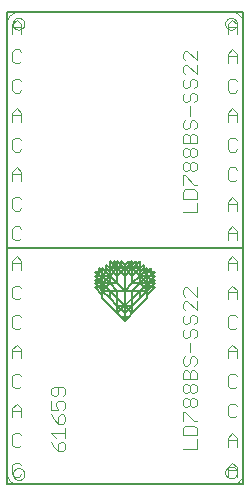
<source format=gto>
G75*
G70*
%OFA0B0*%
%FSLAX24Y24*%
%IPPOS*%
%LPD*%
%AMOC8*
5,1,8,0,0,1.08239X$1,22.5*
%
%ADD10C,0.0000*%
%ADD11C,0.0040*%
%ADD12C,0.0050*%
D10*
X000529Y001425D02*
X007615Y001425D01*
X007418Y001819D02*
X007420Y001846D01*
X007426Y001873D01*
X007435Y001899D01*
X007448Y001923D01*
X007464Y001946D01*
X007483Y001965D01*
X007505Y001982D01*
X007529Y001996D01*
X007554Y002006D01*
X007581Y002013D01*
X007608Y002016D01*
X007636Y002015D01*
X007663Y002010D01*
X007689Y002002D01*
X007713Y001990D01*
X007736Y001974D01*
X007757Y001956D01*
X007774Y001935D01*
X007789Y001911D01*
X007800Y001886D01*
X007808Y001860D01*
X007812Y001833D01*
X007812Y001805D01*
X007808Y001778D01*
X007800Y001752D01*
X007789Y001727D01*
X007774Y001703D01*
X007757Y001682D01*
X007736Y001664D01*
X007714Y001648D01*
X007689Y001636D01*
X007663Y001628D01*
X007636Y001623D01*
X007608Y001622D01*
X007581Y001625D01*
X007554Y001632D01*
X007529Y001642D01*
X007505Y001656D01*
X007483Y001673D01*
X007464Y001692D01*
X007448Y001715D01*
X007435Y001739D01*
X007426Y001765D01*
X007420Y001792D01*
X007418Y001819D01*
X007615Y001425D02*
X007654Y001427D01*
X007692Y001433D01*
X007729Y001442D01*
X007766Y001455D01*
X007801Y001472D01*
X007834Y001491D01*
X007865Y001514D01*
X007894Y001540D01*
X007920Y001569D01*
X007943Y001600D01*
X007962Y001633D01*
X007979Y001668D01*
X007992Y001705D01*
X008001Y001742D01*
X008007Y001780D01*
X008009Y001819D01*
X008009Y016780D01*
X007418Y016780D02*
X007420Y016807D01*
X007426Y016834D01*
X007435Y016860D01*
X007448Y016884D01*
X007464Y016907D01*
X007483Y016926D01*
X007505Y016943D01*
X007529Y016957D01*
X007554Y016967D01*
X007581Y016974D01*
X007608Y016977D01*
X007636Y016976D01*
X007663Y016971D01*
X007689Y016963D01*
X007713Y016951D01*
X007736Y016935D01*
X007757Y016917D01*
X007774Y016896D01*
X007789Y016872D01*
X007800Y016847D01*
X007808Y016821D01*
X007812Y016794D01*
X007812Y016766D01*
X007808Y016739D01*
X007800Y016713D01*
X007789Y016688D01*
X007774Y016664D01*
X007757Y016643D01*
X007736Y016625D01*
X007714Y016609D01*
X007689Y016597D01*
X007663Y016589D01*
X007636Y016584D01*
X007608Y016583D01*
X007581Y016586D01*
X007554Y016593D01*
X007529Y016603D01*
X007505Y016617D01*
X007483Y016634D01*
X007464Y016653D01*
X007448Y016676D01*
X007435Y016700D01*
X007426Y016726D01*
X007420Y016753D01*
X007418Y016780D01*
X007615Y017174D02*
X007654Y017172D01*
X007692Y017166D01*
X007729Y017157D01*
X007766Y017144D01*
X007801Y017127D01*
X007834Y017108D01*
X007865Y017085D01*
X007894Y017059D01*
X007920Y017030D01*
X007943Y016999D01*
X007962Y016966D01*
X007979Y016931D01*
X007992Y016894D01*
X008001Y016857D01*
X008007Y016819D01*
X008009Y016780D01*
X007615Y017173D02*
X000529Y017173D01*
X000332Y016780D02*
X000334Y016807D01*
X000340Y016834D01*
X000349Y016860D01*
X000362Y016884D01*
X000378Y016907D01*
X000397Y016926D01*
X000419Y016943D01*
X000443Y016957D01*
X000468Y016967D01*
X000495Y016974D01*
X000522Y016977D01*
X000550Y016976D01*
X000577Y016971D01*
X000603Y016963D01*
X000627Y016951D01*
X000650Y016935D01*
X000671Y016917D01*
X000688Y016896D01*
X000703Y016872D01*
X000714Y016847D01*
X000722Y016821D01*
X000726Y016794D01*
X000726Y016766D01*
X000722Y016739D01*
X000714Y016713D01*
X000703Y016688D01*
X000688Y016664D01*
X000671Y016643D01*
X000650Y016625D01*
X000628Y016609D01*
X000603Y016597D01*
X000577Y016589D01*
X000550Y016584D01*
X000522Y016583D01*
X000495Y016586D01*
X000468Y016593D01*
X000443Y016603D01*
X000419Y016617D01*
X000397Y016634D01*
X000378Y016653D01*
X000362Y016676D01*
X000349Y016700D01*
X000340Y016726D01*
X000334Y016753D01*
X000332Y016780D01*
X000135Y016780D02*
X000137Y016819D01*
X000143Y016857D01*
X000152Y016894D01*
X000165Y016931D01*
X000182Y016966D01*
X000201Y016999D01*
X000224Y017030D01*
X000250Y017059D01*
X000279Y017085D01*
X000310Y017108D01*
X000343Y017127D01*
X000378Y017144D01*
X000415Y017157D01*
X000452Y017166D01*
X000490Y017172D01*
X000529Y017174D01*
X000135Y016780D02*
X000135Y001819D01*
X000137Y001780D01*
X000143Y001742D01*
X000152Y001705D01*
X000165Y001668D01*
X000182Y001633D01*
X000201Y001600D01*
X000224Y001569D01*
X000250Y001540D01*
X000279Y001514D01*
X000310Y001491D01*
X000343Y001472D01*
X000378Y001455D01*
X000415Y001442D01*
X000452Y001433D01*
X000490Y001427D01*
X000529Y001425D01*
X000332Y001770D02*
X000334Y001797D01*
X000340Y001824D01*
X000349Y001850D01*
X000362Y001874D01*
X000378Y001897D01*
X000397Y001916D01*
X000419Y001933D01*
X000443Y001947D01*
X000468Y001957D01*
X000495Y001964D01*
X000522Y001967D01*
X000550Y001966D01*
X000577Y001961D01*
X000603Y001953D01*
X000627Y001941D01*
X000650Y001925D01*
X000671Y001907D01*
X000688Y001886D01*
X000703Y001862D01*
X000714Y001837D01*
X000722Y001811D01*
X000726Y001784D01*
X000726Y001756D01*
X000722Y001729D01*
X000714Y001703D01*
X000703Y001678D01*
X000688Y001654D01*
X000671Y001633D01*
X000650Y001615D01*
X000628Y001599D01*
X000603Y001587D01*
X000577Y001579D01*
X000550Y001574D01*
X000522Y001573D01*
X000495Y001576D01*
X000468Y001583D01*
X000443Y001593D01*
X000419Y001607D01*
X000397Y001624D01*
X000378Y001643D01*
X000362Y001666D01*
X000349Y001690D01*
X000340Y001716D01*
X000334Y001743D01*
X000332Y001770D01*
D11*
X000318Y001764D02*
X000395Y001687D01*
X000549Y001687D01*
X000625Y001764D01*
X000625Y002071D02*
X000549Y002148D01*
X000395Y002148D01*
X000318Y002071D01*
X000318Y001764D01*
X000395Y002672D02*
X000318Y002748D01*
X000318Y003055D01*
X000395Y003132D01*
X000549Y003132D01*
X000625Y003055D01*
X000625Y002748D02*
X000549Y002672D01*
X000395Y002672D01*
X000318Y003656D02*
X000318Y003963D01*
X000472Y004116D01*
X000625Y003963D01*
X000625Y003656D01*
X000625Y003886D02*
X000318Y003886D01*
X000395Y004640D02*
X000549Y004640D01*
X000625Y004717D01*
X000625Y005024D02*
X000549Y005100D01*
X000395Y005100D01*
X000318Y005024D01*
X000318Y004717D01*
X000395Y004640D01*
X000318Y005624D02*
X000318Y005931D01*
X000472Y006085D01*
X000625Y005931D01*
X000625Y005624D01*
X000625Y005855D02*
X000318Y005855D01*
X000395Y006609D02*
X000318Y006685D01*
X000318Y006992D01*
X000395Y007069D01*
X000549Y007069D01*
X000625Y006992D01*
X000625Y006685D02*
X000549Y006609D01*
X000395Y006609D01*
X000395Y007593D02*
X000549Y007593D01*
X000625Y007670D01*
X000625Y007976D02*
X000549Y008053D01*
X000395Y008053D01*
X000318Y007976D01*
X000318Y007670D01*
X000395Y007593D01*
X000318Y008577D02*
X000318Y008884D01*
X000472Y009037D01*
X000625Y008884D01*
X000625Y008577D01*
X000625Y008807D02*
X000318Y008807D01*
X000395Y009561D02*
X000318Y009638D01*
X000318Y009945D01*
X000395Y010022D01*
X000549Y010022D01*
X000625Y009945D01*
X000625Y009638D02*
X000549Y009561D01*
X000395Y009561D01*
X000395Y010546D02*
X000318Y010622D01*
X000318Y010929D01*
X000395Y011006D01*
X000549Y011006D01*
X000625Y010929D01*
X000625Y010622D02*
X000549Y010546D01*
X000395Y010546D01*
X000318Y011530D02*
X000318Y011837D01*
X000472Y011990D01*
X000625Y011837D01*
X000625Y011530D01*
X000625Y011760D02*
X000318Y011760D01*
X000395Y012514D02*
X000318Y012591D01*
X000318Y012898D01*
X000395Y012974D01*
X000549Y012974D01*
X000625Y012898D01*
X000625Y012591D02*
X000549Y012514D01*
X000395Y012514D01*
X000318Y013498D02*
X000318Y013805D01*
X000472Y013959D01*
X000625Y013805D01*
X000625Y013498D01*
X000625Y013729D02*
X000318Y013729D01*
X000395Y014483D02*
X000549Y014483D01*
X000625Y014559D01*
X000625Y014866D02*
X000549Y014943D01*
X000395Y014943D01*
X000318Y014866D01*
X000318Y014559D01*
X000395Y014483D01*
X000395Y015467D02*
X000549Y015467D01*
X000625Y015544D01*
X000625Y015851D02*
X000549Y015927D01*
X000395Y015927D01*
X000318Y015851D01*
X000318Y015544D01*
X000395Y015467D01*
X000318Y016451D02*
X000318Y016758D01*
X000472Y016911D01*
X000625Y016758D01*
X000625Y016451D01*
X000625Y016681D02*
X000318Y016681D01*
X001700Y004676D02*
X001623Y004600D01*
X001623Y004446D01*
X001700Y004369D01*
X001776Y004369D01*
X001853Y004446D01*
X001853Y004676D01*
X001700Y004676D02*
X002007Y004676D01*
X002083Y004600D01*
X002083Y004446D01*
X002007Y004369D01*
X002007Y004216D02*
X002083Y004139D01*
X002083Y003986D01*
X002007Y003909D01*
X002007Y003756D02*
X001930Y003756D01*
X001853Y003679D01*
X001853Y003449D01*
X002007Y003449D01*
X002083Y003525D01*
X002083Y003679D01*
X002007Y003756D01*
X001853Y003909D02*
X001776Y004063D01*
X001776Y004139D01*
X001853Y004216D01*
X002007Y004216D01*
X001853Y003909D02*
X001623Y003909D01*
X001623Y004216D01*
X001623Y003756D02*
X001700Y003602D01*
X001853Y003449D01*
X001623Y003142D02*
X001776Y002988D01*
X001623Y002835D02*
X001700Y002681D01*
X001853Y002528D01*
X001853Y002758D01*
X001930Y002835D01*
X002007Y002835D01*
X002083Y002758D01*
X002083Y002605D01*
X002007Y002528D01*
X001853Y002528D01*
X002083Y002988D02*
X002083Y003295D01*
X002083Y003142D02*
X001623Y003142D01*
X006007Y003080D02*
X006007Y003310D01*
X006084Y003387D01*
X006391Y003387D01*
X006467Y003310D01*
X006467Y003080D01*
X006007Y003080D01*
X006007Y002620D02*
X006467Y002620D01*
X006467Y002927D01*
X006467Y003541D02*
X006391Y003541D01*
X006084Y003848D01*
X006007Y003848D01*
X006007Y003541D01*
X006084Y004001D02*
X006007Y004078D01*
X006007Y004231D01*
X006084Y004308D01*
X006160Y004308D01*
X006237Y004231D01*
X006237Y004078D01*
X006160Y004001D01*
X006084Y004001D01*
X006237Y004078D02*
X006314Y004001D01*
X006391Y004001D01*
X006467Y004078D01*
X006467Y004231D01*
X006391Y004308D01*
X006314Y004308D01*
X006237Y004231D01*
X006160Y004461D02*
X006084Y004461D01*
X006007Y004538D01*
X006007Y004692D01*
X006084Y004768D01*
X006160Y004768D01*
X006237Y004692D01*
X006237Y004538D01*
X006160Y004461D01*
X006237Y004538D02*
X006314Y004461D01*
X006391Y004461D01*
X006467Y004538D01*
X006467Y004692D01*
X006391Y004768D01*
X006314Y004768D01*
X006237Y004692D01*
X006237Y004922D02*
X006237Y005152D01*
X006314Y005229D01*
X006391Y005229D01*
X006467Y005152D01*
X006467Y004922D01*
X006007Y004922D01*
X006007Y005152D01*
X006084Y005229D01*
X006160Y005229D01*
X006237Y005152D01*
X006160Y005382D02*
X006084Y005382D01*
X006007Y005459D01*
X006007Y005612D01*
X006084Y005689D01*
X006237Y005612D02*
X006237Y005459D01*
X006160Y005382D01*
X006391Y005382D02*
X006467Y005459D01*
X006467Y005612D01*
X006391Y005689D01*
X006314Y005689D01*
X006237Y005612D01*
X006237Y005843D02*
X006237Y006150D01*
X006160Y006303D02*
X006084Y006303D01*
X006007Y006380D01*
X006007Y006533D01*
X006084Y006610D01*
X006084Y006763D02*
X006007Y006840D01*
X006007Y006994D01*
X006084Y007070D01*
X006084Y007224D02*
X006007Y007300D01*
X006007Y007454D01*
X006084Y007531D01*
X006160Y007531D01*
X006467Y007224D01*
X006467Y007531D01*
X006467Y007684D02*
X006160Y007991D01*
X006084Y007991D01*
X006007Y007914D01*
X006007Y007761D01*
X006084Y007684D01*
X006467Y007684D02*
X006467Y007991D01*
X006391Y007070D02*
X006314Y007070D01*
X006237Y006994D01*
X006237Y006840D01*
X006160Y006763D01*
X006084Y006763D01*
X006237Y006533D02*
X006314Y006610D01*
X006391Y006610D01*
X006467Y006533D01*
X006467Y006380D01*
X006391Y006303D01*
X006237Y006380D02*
X006237Y006533D01*
X006237Y006380D02*
X006160Y006303D01*
X006391Y006763D02*
X006467Y006840D01*
X006467Y006994D01*
X006391Y007070D01*
X007503Y006992D02*
X007503Y006685D01*
X007580Y006609D01*
X007734Y006609D01*
X007810Y006685D01*
X007810Y006992D02*
X007734Y007069D01*
X007580Y007069D01*
X007503Y006992D01*
X007503Y007593D02*
X007503Y007900D01*
X007657Y008053D01*
X007810Y007900D01*
X007810Y007593D01*
X007810Y007823D02*
X007503Y007823D01*
X007503Y008577D02*
X007503Y008884D01*
X007657Y009037D01*
X007810Y008884D01*
X007810Y008577D01*
X007810Y008807D02*
X007503Y008807D01*
X007503Y009561D02*
X007503Y009868D01*
X007657Y010022D01*
X007810Y009868D01*
X007810Y009561D01*
X007810Y009792D02*
X007503Y009792D01*
X007503Y010546D02*
X007503Y010853D01*
X007657Y011006D01*
X007810Y010853D01*
X007810Y010546D01*
X007810Y010776D02*
X007503Y010776D01*
X007580Y011530D02*
X007734Y011530D01*
X007810Y011607D01*
X007810Y011914D02*
X007734Y011990D01*
X007580Y011990D01*
X007503Y011914D01*
X007503Y011607D01*
X007580Y011530D01*
X007580Y012514D02*
X007503Y012591D01*
X007503Y012898D01*
X007580Y012974D01*
X007734Y012974D01*
X007810Y012898D01*
X007810Y012591D02*
X007734Y012514D01*
X007580Y012514D01*
X007503Y013498D02*
X007503Y013805D01*
X007657Y013959D01*
X007810Y013805D01*
X007810Y013498D01*
X007810Y013729D02*
X007503Y013729D01*
X007580Y014483D02*
X007734Y014483D01*
X007810Y014559D01*
X007810Y014866D02*
X007734Y014943D01*
X007580Y014943D01*
X007503Y014866D01*
X007503Y014559D01*
X007580Y014483D01*
X007503Y015467D02*
X007503Y015774D01*
X007657Y015927D01*
X007810Y015774D01*
X007810Y015467D01*
X007810Y015697D02*
X007503Y015697D01*
X007503Y016451D02*
X007503Y016758D01*
X007657Y016911D01*
X007810Y016758D01*
X007810Y016451D01*
X007810Y016681D02*
X007503Y016681D01*
X006467Y015865D02*
X006467Y015558D01*
X006160Y015865D01*
X006084Y015865D01*
X006007Y015788D01*
X006007Y015635D01*
X006084Y015558D01*
X006084Y015405D02*
X006007Y015328D01*
X006007Y015175D01*
X006084Y015098D01*
X006084Y014944D02*
X006007Y014868D01*
X006007Y014714D01*
X006084Y014637D01*
X006160Y014637D01*
X006237Y014714D01*
X006237Y014868D01*
X006314Y014944D01*
X006391Y014944D01*
X006467Y014868D01*
X006467Y014714D01*
X006391Y014637D01*
X006391Y014484D02*
X006314Y014484D01*
X006237Y014407D01*
X006237Y014254D01*
X006160Y014177D01*
X006084Y014177D01*
X006007Y014254D01*
X006007Y014407D01*
X006084Y014484D01*
X006237Y014024D02*
X006237Y013717D01*
X006314Y013563D02*
X006237Y013486D01*
X006237Y013333D01*
X006160Y013256D01*
X006084Y013256D01*
X006007Y013333D01*
X006007Y013486D01*
X006084Y013563D01*
X006314Y013563D02*
X006391Y013563D01*
X006467Y013486D01*
X006467Y013333D01*
X006391Y013256D01*
X006391Y013103D02*
X006314Y013103D01*
X006237Y013026D01*
X006237Y012796D01*
X006160Y012642D02*
X006084Y012642D01*
X006007Y012566D01*
X006007Y012412D01*
X006084Y012335D01*
X006160Y012335D01*
X006237Y012412D01*
X006237Y012566D01*
X006314Y012642D01*
X006391Y012642D01*
X006467Y012566D01*
X006467Y012412D01*
X006391Y012335D01*
X006314Y012335D01*
X006237Y012412D01*
X006237Y012566D02*
X006160Y012642D01*
X006007Y012796D02*
X006007Y013026D01*
X006084Y013103D01*
X006160Y013103D01*
X006237Y013026D01*
X006391Y013103D02*
X006467Y013026D01*
X006467Y012796D01*
X006007Y012796D01*
X006084Y012182D02*
X006160Y012182D01*
X006237Y012105D01*
X006237Y011952D01*
X006160Y011875D01*
X006084Y011875D01*
X006007Y011952D01*
X006007Y012105D01*
X006084Y012182D01*
X006237Y012105D02*
X006314Y012182D01*
X006391Y012182D01*
X006467Y012105D01*
X006467Y011952D01*
X006391Y011875D01*
X006314Y011875D01*
X006237Y011952D01*
X006084Y011722D02*
X006007Y011722D01*
X006007Y011415D01*
X006084Y011261D02*
X006007Y011184D01*
X006007Y010954D01*
X006467Y010954D01*
X006467Y011184D01*
X006391Y011261D01*
X006084Y011261D01*
X006391Y011415D02*
X006084Y011722D01*
X006391Y011415D02*
X006467Y011415D01*
X006467Y010801D02*
X006467Y010494D01*
X006007Y010494D01*
X006391Y014177D02*
X006467Y014254D01*
X006467Y014407D01*
X006391Y014484D01*
X006467Y015098D02*
X006160Y015405D01*
X006084Y015405D01*
X006467Y015405D02*
X006467Y015098D01*
X007657Y006085D02*
X007810Y005931D01*
X007810Y005624D01*
X007810Y005855D02*
X007503Y005855D01*
X007503Y005931D02*
X007657Y006085D01*
X007503Y005931D02*
X007503Y005624D01*
X007580Y005100D02*
X007503Y005024D01*
X007503Y004717D01*
X007580Y004640D01*
X007734Y004640D01*
X007810Y004717D01*
X007810Y005024D02*
X007734Y005100D01*
X007580Y005100D01*
X007580Y004116D02*
X007503Y004039D01*
X007503Y003733D01*
X007580Y003656D01*
X007734Y003656D01*
X007810Y003733D01*
X007810Y004039D02*
X007734Y004116D01*
X007580Y004116D01*
X007657Y003132D02*
X007810Y002979D01*
X007810Y002672D01*
X007810Y002902D02*
X007503Y002902D01*
X007503Y002979D02*
X007657Y003132D01*
X007503Y002979D02*
X007503Y002672D01*
X007657Y002148D02*
X007810Y001994D01*
X007810Y001687D01*
X007810Y001918D02*
X007503Y001918D01*
X007503Y001994D02*
X007657Y002148D01*
X007503Y001994D02*
X007503Y001687D01*
D12*
X000135Y001425D02*
X000135Y009299D01*
X000135Y017173D01*
X008009Y017173D01*
X008009Y009299D01*
X000135Y009299D01*
X008009Y009299D01*
X008009Y001425D01*
X000135Y001425D01*
X003322Y007747D02*
X003072Y007997D01*
X003197Y007997D01*
X003572Y008372D01*
X003822Y008622D01*
X004322Y008622D01*
X004572Y008372D01*
X004947Y007997D01*
X004697Y007997D01*
X004572Y007872D01*
X004572Y007622D01*
X004822Y007872D01*
X004822Y008122D01*
X004822Y008372D01*
X004947Y008247D01*
X005072Y008247D01*
X004947Y008122D01*
X005072Y008122D01*
X004947Y007997D01*
X005072Y007997D01*
X004822Y007747D01*
X004822Y007622D01*
X004322Y007122D01*
X004322Y007872D01*
X004572Y007872D01*
X003822Y007122D01*
X003822Y007372D01*
X003822Y007872D01*
X003572Y007872D01*
X003572Y007622D01*
X003322Y007872D01*
X003322Y008122D01*
X003322Y008372D01*
X003447Y008497D01*
X003447Y008622D01*
X003447Y008747D01*
X003572Y008622D01*
X003697Y008747D01*
X003697Y008872D01*
X003822Y008747D01*
X003822Y008872D01*
X003947Y008747D01*
X003822Y008622D01*
X003572Y008622D01*
X003822Y008372D01*
X004072Y008622D01*
X004322Y008372D01*
X004572Y008622D01*
X004697Y008747D01*
X004697Y008622D01*
X004697Y008497D01*
X004822Y008372D01*
X004572Y008372D01*
X004572Y008122D01*
X004322Y007872D01*
X004072Y007872D01*
X003822Y007872D01*
X003572Y008122D01*
X003572Y008372D01*
X003322Y008372D01*
X003197Y008247D01*
X003072Y008247D01*
X003197Y008122D01*
X003072Y008122D01*
X003197Y007997D01*
X003447Y007997D01*
X003572Y007872D01*
X004322Y007122D01*
X004197Y006997D01*
X003947Y006997D01*
X003822Y007122D01*
X003322Y007622D01*
X003322Y007747D01*
X003322Y007872D01*
X003572Y007872D01*
X003447Y007997D02*
X003572Y008122D01*
X003322Y008372D01*
X003322Y008497D01*
X003197Y008622D01*
X003197Y008497D01*
X003072Y008497D01*
X003197Y008372D01*
X003197Y008497D01*
X003322Y008497D01*
X003322Y008622D01*
X003447Y008497D01*
X003572Y008372D01*
X003572Y008497D01*
X003447Y008622D01*
X003572Y008622D02*
X003572Y008497D01*
X003572Y008372D02*
X003822Y008122D01*
X003572Y008122D01*
X003322Y008122D01*
X003447Y007997D01*
X003322Y007872D01*
X003197Y007997D01*
X003197Y008122D02*
X003322Y008122D01*
X003197Y008247D01*
X003072Y008372D01*
X003197Y008372D01*
X003322Y008372D01*
X003572Y008622D02*
X003572Y008872D01*
X003697Y008747D01*
X003822Y008622D01*
X003822Y008747D01*
X003822Y008622D02*
X003822Y008372D01*
X003822Y008122D01*
X004072Y007872D01*
X004322Y008122D01*
X004572Y008122D01*
X004697Y007997D01*
X004822Y008122D01*
X004947Y008247D01*
X005072Y008372D01*
X004947Y008372D01*
X005072Y008497D01*
X004947Y008497D01*
X004947Y008622D01*
X004822Y008497D01*
X004947Y008497D01*
X004947Y008372D01*
X004822Y008372D01*
X004822Y008497D01*
X004822Y008622D01*
X004697Y008497D01*
X004572Y008372D01*
X004572Y008497D01*
X004697Y008622D01*
X004572Y008622D02*
X004572Y008497D01*
X004572Y008372D02*
X004322Y008122D01*
X004322Y008372D01*
X004322Y008622D01*
X004572Y008622D01*
X004447Y008747D01*
X004447Y008872D01*
X004322Y008747D01*
X004322Y008622D01*
X004197Y008747D01*
X004197Y008872D01*
X004072Y008747D01*
X004072Y008622D01*
X004072Y008372D01*
X003822Y008622D01*
X003947Y008747D02*
X003947Y008872D01*
X004072Y008747D01*
X004072Y008622D02*
X004197Y008747D01*
X004322Y008872D01*
X004322Y008747D01*
X004322Y008622D02*
X004447Y008747D01*
X004572Y008872D01*
X004572Y008622D01*
X004322Y008622D02*
X004072Y008372D01*
X004072Y007872D01*
X004072Y007122D01*
X003822Y007372D01*
X004322Y007372D01*
X004572Y007622D01*
X004572Y007872D02*
X004822Y007872D01*
X004822Y007747D01*
X004822Y007872D02*
X004697Y007997D01*
X004822Y007872D02*
X004947Y007997D01*
X004947Y008122D02*
X004822Y008122D01*
X004572Y008122D01*
X004822Y008372D01*
X004322Y007372D02*
X004072Y007122D01*
X004072Y006872D01*
X004197Y006997D01*
X004072Y006872D02*
X003947Y006997D01*
X003822Y007372D02*
X003572Y007622D01*
X004072Y008622D02*
X003947Y008747D01*
M02*

</source>
